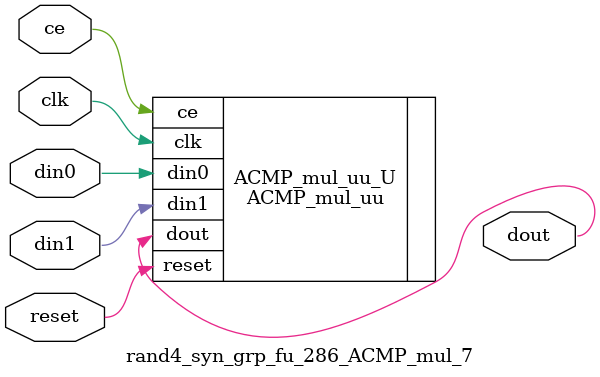
<source format=v>

`timescale 1 ns / 1 ps
module rand4_syn_grp_fu_286_ACMP_mul_7(
    clk,
    reset,
    ce,
    din0,
    din1,
    dout);

parameter ID = 32'd1;
parameter NUM_STAGE = 32'd1;
parameter din0_WIDTH = 32'd1;
parameter din1_WIDTH = 32'd1;
parameter dout_WIDTH = 32'd1;
input clk;
input reset;
input ce;
input[din0_WIDTH - 1:0] din0;
input[din1_WIDTH - 1:0] din1;
output[dout_WIDTH - 1:0] dout;



ACMP_mul_uu #(
.ID( ID ),
.NUM_STAGE( 2 ),
.din0_WIDTH( din0_WIDTH ),
.din1_WIDTH( din1_WIDTH ),
.dout_WIDTH( dout_WIDTH ))
ACMP_mul_uu_U(
    .clk( clk ),
    .reset( reset ),
    .ce( ce ),
    .din0( din0 ),
    .din1( din1 ),
    .dout( dout ));

endmodule

</source>
